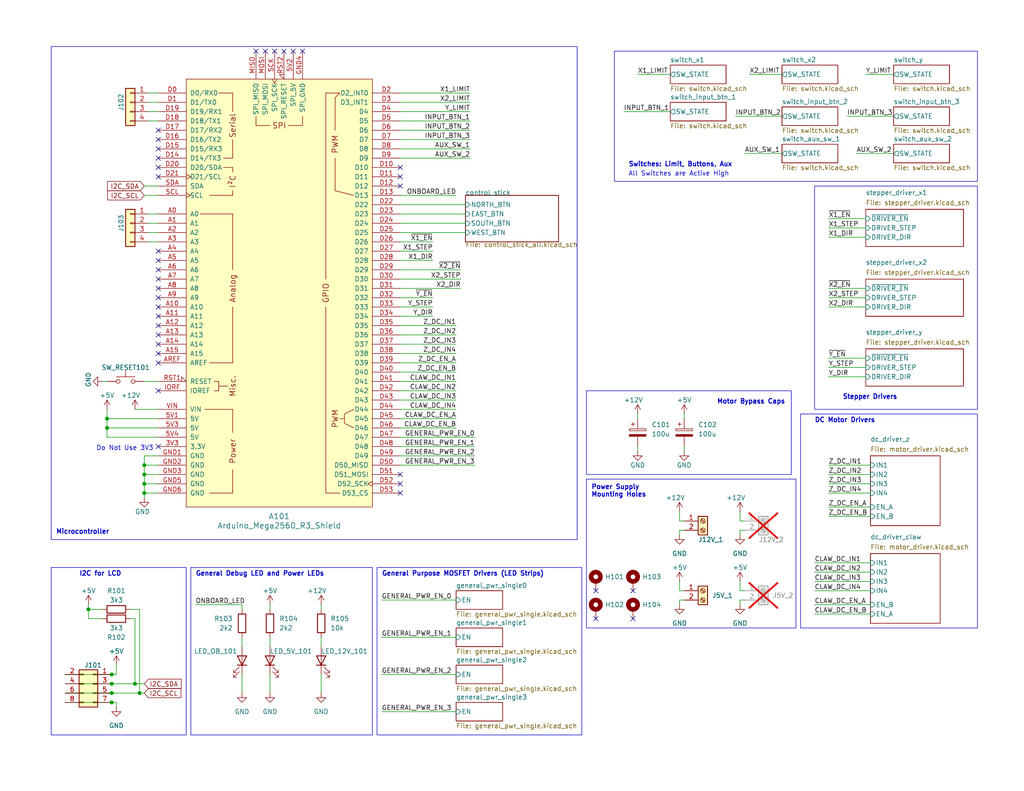
<source format=kicad_sch>
(kicad_sch (version 20230121) (generator eeschema)
  (paper "USLetter")
  (lib_symbols
    (symbol "Connector:Screw_Terminal_01x02" (pin_names (offset 1.016) hide)
      (property "Reference" "J" (at 0 2.54 0))
      (property "Value" "Screw_Terminal_01x02" (at 0 -5.08 0))
      (symbol "Screw_Terminal_01x02_1_1"
        (rectangle (start -1.27 1.27) (end 1.27 -3.81) (stroke (width 0.254)) (fill (type background)))
        (circle (center 0 -2.54) (radius 0.635) (stroke (width 0.1524)))
        (polyline (pts (xy -0.5334 -2.2098) (xy 0.3302 -3.048)) (stroke (width 0.1524)))
        (polyline (pts (xy -0.5334 0.3302) (xy 0.3302 -0.508)) (stroke (width 0.1524)))
        (polyline (pts (xy -0.3556 -2.032) (xy 0.508 -2.8702)) (stroke (width 0.1524)))
        (polyline (pts (xy -0.3556 0.508) (xy 0.508 -0.3302)) (stroke (width 0.1524)))
        (circle (center 0 0) (radius 0.635) (stroke (width 0.1524)))
        (pin passive line (at -5.08 0 0) (length 3.81) (name "Pin_1") (number "1"))
        (pin passive line (at -5.08 -2.54 0) (length 3.81) (name "Pin_2") (number "2"))
      )
    )
    (symbol "Connector_Generic:Conn_01x04" (pin_names (offset 1.016) hide)
      (property "Reference" "J" (at 0 5.08 0))
      (property "Value" "Conn_01x04" (at 0 -7.62 0))
      (symbol "Conn_01x04_1_1"
        (rectangle (start -1.27 -4.953) (end 0 -5.207) (stroke (width 0.1524)))
        (rectangle (start -1.27 -2.413) (end 0 -2.667) (stroke (width 0.1524)))
        (rectangle (start -1.27 0.127) (end 0 -0.127) (stroke (width 0.1524)))
        (rectangle (start -1.27 2.667) (end 0 2.413) (stroke (width 0.1524)))
        (rectangle (start -1.27 3.81) (end 1.27 -6.35) (stroke (width 0.254)) (fill (type background)))
        (pin passive line (at -5.08 2.54 0) (length 3.81) (name "Pin_1") (number "1"))
        (pin passive line (at -5.08 0 0) (length 3.81) (name "Pin_2") (number "2"))
        (pin passive line (at -5.08 -2.54 0) (length 3.81) (name "Pin_3") (number "3"))
        (pin passive line (at -5.08 -5.08 0) (length 3.81) (name "Pin_4") (number "4"))
      )
    )
    (symbol "Connector_Generic:Conn_02x04_Odd_Even" (pin_names (offset 1.016) hide)
      (property "Reference" "J" (at 1.27 5.08 0))
      (property "Value" "Conn_02x04_Odd_Even" (at 1.27 -7.62 0))
      (symbol "Conn_02x04_Odd_Even_1_1"
        (rectangle (start -1.27 -4.953) (end 0 -5.207) (stroke (width 0.1524)))
        (rectangle (start -1.27 -2.413) (end 0 -2.667) (stroke (width 0.1524)))
        (rectangle (start -1.27 0.127) (end 0 -0.127) (stroke (width 0.1524)))
        (rectangle (start -1.27 2.667) (end 0 2.413) (stroke (width 0.1524)))
        (rectangle (start -1.27 3.81) (end 3.81 -6.35) (stroke (width 0.254)) (fill (type background)))
        (rectangle (start 3.81 -4.953) (end 2.54 -5.207) (stroke (width 0.1524)))
        (rectangle (start 3.81 -2.413) (end 2.54 -2.667) (stroke (width 0.1524)))
        (rectangle (start 3.81 0.127) (end 2.54 -0.127) (stroke (width 0.1524)))
        (rectangle (start 3.81 2.667) (end 2.54 2.413) (stroke (width 0.1524)))
        (pin passive line (at -5.08 2.54 0) (length 3.81) (name "Pin_1") (number "1"))
        (pin passive line (at 7.62 2.54 180) (length 3.81) (name "Pin_2") (number "2"))
        (pin passive line (at -5.08 0 0) (length 3.81) (name "Pin_3") (number "3"))
        (pin passive line (at 7.62 0 180) (length 3.81) (name "Pin_4") (number "4"))
        (pin passive line (at -5.08 -2.54 0) (length 3.81) (name "Pin_5") (number "5"))
        (pin passive line (at 7.62 -2.54 180) (length 3.81) (name "Pin_6") (number "6"))
        (pin passive line (at -5.08 -5.08 0) (length 3.81) (name "Pin_7") (number "7"))
        (pin passive line (at 7.62 -5.08 180) (length 3.81) (name "Pin_8") (number "8"))
      )
    )
    (symbol "Device:C_Polarized" (pin_numbers hide) (pin_names (offset 0.254))
      (property "Reference" "C" (at 0.635 2.54 0))
      (property "Value" "C_Polarized" (at 0.635 -2.54 0))
      (symbol "C_Polarized_0_1"
        (rectangle (start -2.286 0.508) (end 2.286 1.016))
        (polyline (pts (xy -1.778 2.286) (xy -0.762 2.286)))
        (polyline (pts (xy -1.27 2.794) (xy -1.27 1.778)))
        (rectangle (start 2.286 -0.508) (end -2.286 -1.016) (fill (type outline)))
      )
      (symbol "C_Polarized_1_1"
        (pin passive line (at 0 3.81 270) (length 2.794) (name "~") (number "1"))
        (pin passive line (at 0 -3.81 90) (length 2.794) (name "~") (number "2"))
      )
    )
    (symbol "Device:LED" (pin_numbers hide) (pin_names (offset 1.016) hide)
      (property "Reference" "D" (at 0 2.54 0))
      (property "Value" "LED" (at 0 -2.54 0))
      (symbol "LED_0_1"
        (polyline (pts (xy -1.27 -1.27) (xy -1.27 1.27)) (stroke (width 0.254)))
        (polyline (pts (xy -1.27 0) (xy 1.27 0)))
        (polyline (pts (xy 1.27 -1.27) (xy 1.27 1.27) (xy -1.27 0) (xy 1.27 -1.27)) (stroke (width 0.254)))
        (polyline (pts (xy -3.048 -0.762) (xy -4.572 -2.286) (xy -3.81 -2.286) (xy -4.572 -2.286) (xy -4.572 -1.524)))
        (polyline (pts (xy -1.778 -0.762) (xy -3.302 -2.286) (xy -2.54 -2.286) (xy -3.302 -2.286) (xy -3.302 -1.524)))
      )
      (symbol "LED_1_1"
        (pin passive line (at -3.81 0 0) (length 2.54) (name "K") (number "1"))
        (pin passive line (at 3.81 0 180) (length 2.54) (name "A") (number "2"))
      )
    )
    (symbol "Device:R" (pin_numbers hide) (pin_names (offset 0))
      (property "Reference" "R" (at 2.032 0 90))
      (property "Value" "R" (at 0 0 90))
      (symbol "R_0_1"
        (rectangle (start -1.016 -2.54) (end 1.016 2.54) (stroke (width 0.254)))
      )
      (symbol "R_1_1"
        (pin passive line (at 0 3.81 270) (length 1.27) (name "~") (number "1"))
        (pin passive line (at 0 -3.81 90) (length 1.27) (name "~") (number "2"))
      )
    )
    (symbol "Mechanical:MountingHole_Pad" (pin_numbers hide) (pin_names (offset 1.016) hide)
      (property "Reference" "H" (at 0 6.35 0))
      (property "Value" "MountingHole_Pad" (at 0 4.445 0))
      (symbol "MountingHole_Pad_0_1"
        (circle (center 0 1.27) (radius 1.27) (stroke (width 1.27)))
      )
      (symbol "MountingHole_Pad_1_1"
        (pin input line (at 0 -2.54 90) (length 2.54) (name "1") (number "1"))
      )
    )
    (symbol "PCM_arduino-library:Arduino_Mega2560_R3_Shield" (pin_names (offset 1.016))
      (property "Reference" "A" (at 0 -62.23 0))
      (property "Value" "Arduino_Mega2560_R3_Shield" (at 0 -66.04 0))
      (symbol "Arduino_Mega2560_R3_Shield_0_0"
        (rectangle (start -25.4 -58.42) (end 25.4 58.42) (fill (type background)))
        (rectangle (start -20.32 -31.75) (end -12.7 -31.75))
        (rectangle (start -19.05 -54.61) (end -12.7 -54.61))
        (rectangle (start -19.05 -19.05) (end -12.7 -19.05))
        (rectangle (start -19.05 26.67) (end -12.7 26.67))
        (rectangle (start -17.78 -26.67) (end -16.51 -26.67))
        (rectangle (start -17.78 -24.13) (end -16.51 -24.13))
        (rectangle (start -16.51 -25.4) (end -13.97 -25.4))
        (rectangle (start -16.51 -24.13) (end -16.51 -26.67))
        (rectangle (start -16.51 54.61) (end -12.7 54.61))
        (rectangle (start -15.24 34.29) (end -12.7 34.29))
        (rectangle (start -15.24 36.83) (end -12.7 36.83))
        (rectangle (start -12.7 -54.61) (end -12.7 -48.26))
        (rectangle (start -12.7 -31.75) (end -12.7 -38.1))
        (rectangle (start -12.7 26.67) (end -12.7 27.94))
        (rectangle (start -12.7 34.29) (end -12.7 33.02))
        (rectangle (start -12.7 41.91) (end -12.7 36.83))
        (rectangle (start -12.7 49.53) (end -12.7 54.61))
        (rectangle (start -6.35 48.26) (end -6.35 45.72))
        (rectangle (start -2.54 45.72) (end -6.35 45.72))
        (polyline (pts (xy -21.59 21.59) (xy -12.7 21.59)))
        (polyline (pts (xy -12.7 -19.05) (xy -12.7 -3.81)))
        (polyline (pts (xy -12.7 6.35) (xy -12.7 21.59)))
        (polyline (pts (xy 12.7 -54.61) (xy 16.51 -54.61)))
        (polyline (pts (xy 12.7 54.61) (xy 16.51 54.61)))
        (polyline (pts (xy 17.78 -34.29) (xy 16.51 -34.29)))
        (polyline (pts (xy 15.24 36.83) (xy 15.24 27.94) (xy 20.32 26.67)))
        (polyline (pts (xy 15.24 44.45) (xy 15.24 53.34) (xy 16.51 54.61)))
        (polyline (pts (xy 20.32 -31.75) (xy 17.78 -33.02) (xy 17.78 -35.56) (xy 20.32 -36.83)))
        (rectangle (start 6.35 45.72) (end 2.54 45.72))
        (rectangle (start 6.35 48.26) (end 6.35 45.72))
        (text "Analog" (at -12.7 1.27 900) (effects (font (size 1.524 1.524))))
        (text "I²C" (at -12.7 30.48 900) (effects (font (size 1.524 1.524))))
        (text "Misc." (at -12.7 -25.4 900) (effects (font (size 1.524 1.524))))
        (text "Power" (at -12.7 -43.18 900) (effects (font (size 1.524 1.524))))
        (text "PWM" (at 15.24 -34.29 900) (effects (font (size 1.524 1.524))))
        (text "PWM" (at 15.24 40.64 900) (effects (font (size 1.524 1.524))))
        (text "Serial" (at -12.7 45.72 900) (effects (font (size 1.524 1.524))))
        (text "SPI" (at 0 45.72 0) (effects (font (size 1.524 1.524))))
      )
      (symbol "Arduino_Mega2560_R3_Shield_1_0"
        (rectangle (start 12.7 -54.61) (end 12.7 -3.81))
        (rectangle (start 12.7 54.61) (end 12.7 3.81))
        (text "GPIO" (at 12.7 0 900) (effects (font (size 1.524 1.524))))
      )
      (symbol "Arduino_Mega2560_R3_Shield_1_1"
        (pin power_out line (at -33.02 -41.91 0) (length 7.62) (name "3.3V") (number "3V3"))
        (pin power_in line (at -33.02 -34.29 0) (length 7.62) (name "5V") (number "5V1"))
        (pin power_in line (at 3.81 66.04 270) (length 7.62) (name "SPI_5V") (number "5V2"))
        (pin power_in line (at -33.02 -36.83 0) (length 7.62) (name "5V") (number "5V3"))
        (pin power_in line (at -33.02 -39.37 0) (length 7.62) (name "5V") (number "5V4"))
        (pin bidirectional line (at -33.02 21.59 0) (length 7.62) (name "A0") (number "A0"))
        (pin bidirectional line (at -33.02 19.05 0) (length 7.62) (name "A1") (number "A1"))
        (pin bidirectional line (at -33.02 -3.81 0) (length 7.62) (name "A10") (number "A10"))
        (pin bidirectional line (at -33.02 -6.35 0) (length 7.62) (name "A11") (number "A11"))
        (pin bidirectional line (at -33.02 -8.89 0) (length 7.62) (name "A12") (number "A12"))
        (pin bidirectional line (at -33.02 -11.43 0) (length 7.62) (name "A13") (number "A13"))
        (pin bidirectional line (at -33.02 -13.97 0) (length 7.62) (name "A14") (number "A14"))
        (pin bidirectional line (at -33.02 -16.51 0) (length 7.62) (name "A15") (number "A15"))
        (pin bidirectional line (at -33.02 16.51 0) (length 7.62) (name "A2") (number "A2"))
        (pin bidirectional line (at -33.02 13.97 0) (length 7.62) (name "A3") (number "A3"))
        (pin bidirectional line (at -33.02 11.43 0) (length 7.62) (name "A4") (number "A4"))
        (pin bidirectional line (at -33.02 8.89 0) (length 7.62) (name "A5") (number "A5"))
        (pin bidirectional line (at -33.02 6.35 0) (length 7.62) (name "A6") (number "A6"))
        (pin bidirectional line (at -33.02 3.81 0) (length 7.62) (name "A7") (number "A7"))
        (pin bidirectional line (at -33.02 1.27 0) (length 7.62) (name "A8") (number "A8"))
        (pin bidirectional line (at -33.02 -1.27 0) (length 7.62) (name "A9") (number "A9"))
        (pin input line (at -33.02 -19.05 0) (length 7.62) (name "AREF") (number "AREF"))
        (pin bidirectional line (at -33.02 54.61 0) (length 7.62) (name "D0/RX0") (number "D0"))
        (pin bidirectional line (at -33.02 52.07 0) (length 7.62) (name "D1/TX0") (number "D1"))
        (pin bidirectional line (at 33.02 34.29 180) (length 7.62) (name "D10") (number "D10"))
        (pin bidirectional line (at 33.02 31.75 180) (length 7.62) (name "D11") (number "D11"))
        (pin bidirectional line (at 33.02 29.21 180) (length 7.62) (name "D12") (number "D12"))
        (pin bidirectional line (at 33.02 26.67 180) (length 7.62) (name "D13") (number "D13"))
        (pin bidirectional line (at -33.02 36.83 0) (length 7.62) (name "D14/TX3") (number "D14"))
        (pin bidirectional line (at -33.02 39.37 0) (length 7.62) (name "D15/RX3") (number "D15"))
        (pin bidirectional line (at -33.02 41.91 0) (length 7.62) (name "D16/TX2") (number "D16"))
        (pin bidirectional line (at -33.02 44.45 0) (length 7.62) (name "D17/RX2") (number "D17"))
        (pin bidirectional line (at -33.02 46.99 0) (length 7.62) (name "D18/TX1") (number "D18"))
        (pin bidirectional line (at -33.02 49.53 0) (length 7.62) (name "D19/RX1") (number "D19"))
        (pin bidirectional line (at 33.02 54.61 180) (length 7.62) (name "D2_INT0") (number "D2"))
        (pin bidirectional line (at -33.02 34.29 0) (length 7.62) (name "D20/SDA") (number "D20"))
        (pin bidirectional clock (at -33.02 31.75 0) (length 7.62) (name "D21/SCL") (number "D21"))
        (pin bidirectional line (at 33.02 24.13 180) (length 7.62) (name "D22") (number "D22"))
        (pin bidirectional line (at 33.02 21.59 180) (length 7.62) (name "D23") (number "D23"))
        (pin bidirectional line (at 33.02 19.05 180) (length 7.62) (name "D24") (number "D24"))
        (pin bidirectional line (at 33.02 16.51 180) (length 7.62) (name "D25") (number "D25"))
        (pin bidirectional line (at 33.02 13.97 180) (length 7.62) (name "D26") (number "D26"))
        (pin bidirectional line (at 33.02 11.43 180) (length 7.62) (name "D27") (number "D27"))
        (pin bidirectional line (at 33.02 8.89 180) (length 7.62) (name "D28") (number "D28"))
        (pin bidirectional line (at 33.02 6.35 180) (length 7.62) (name "D29") (number "D29"))
        (pin bidirectional line (at 33.02 52.07 180) (length 7.62) (name "D3_INT1") (number "D3"))
        (pin bidirectional line (at 33.02 3.81 180) (length 7.62) (name "D30") (number "D30"))
        (pin bidirectional line (at 33.02 1.27 180) (length 7.62) (name "D31") (number "D31"))
        (pin bidirectional line (at 33.02 -1.27 180) (length 7.62) (name "D32") (number "D32"))
        (pin bidirectional line (at 33.02 -3.81 180) (length 7.62) (name "D33") (number "D33"))
        (pin bidirectional line (at 33.02 -6.35 180) (length 7.62) (name "D34") (number "D34"))
        (pin bidirectional line (at 33.02 -8.89 180) (length 7.62) (name "D35") (number "D35"))
        (pin bidirectional line (at 33.02 -11.43 180) (length 7.62) (name "D36") (number "D36"))
        (pin bidirectional line (at 33.02 -13.97 180) (length 7.62) (name "D37") (number "D37"))
        (pin bidirectional line (at 33.02 -16.51 180) (length 7.62) (name "D38") (number "D38"))
        (pin bidirectional line (at 33.02 -19.05 180) (length 7.62) (name "D39") (number "D39"))
        (pin bidirectional line (at 33.02 49.53 180) (length 7.62) (name "D4") (number "D4"))
        (pin bidirectional line (at 33.02 -21.59 180) (length 7.62) (name "D40") (number "D40"))
        (pin bidirectional line (at 33.02 -24.13 180) (length 7.62) (name "D41") (number "D41"))
        (pin bidirectional line (at 33.02 -26.67 180) (length 7.62) (name "D42") (number "D42"))
        (pin bidirectional line (at 33.02 -29.21 180) (length 7.62) (name "D43") (number "D43"))
        (pin bidirectional line (at 33.02 -31.75 180) (length 7.62) (name "D44") (number "D44"))
        (pin bidirectional line (at 33.02 -34.29 180) (length 7.62) (name "D45") (number "D45"))
        (pin bidirectional line (at 33.02 -36.83 180) (length 7.62) (name "D46") (number "D46"))
        (pin bidirectional line (at 33.02 -39.37 180) (length 7.62) (name "D47") (number "D47"))
        (pin bidirectional line (at 33.02 -41.91 180) (length 7.62) (name "D48") (number "D48"))
        (pin bidirectional line (at 33.02 -44.45 180) (length 7.62) (name "D49") (number "D49"))
        (pin bidirectional line (at 33.02 46.99 180) (length 7.62) (name "D5") (number "D5"))
        (pin bidirectional line (at 33.02 -46.99 180) (length 7.62) (name "D50_MISO") (number "D50"))
        (pin bidirectional line (at 33.02 -49.53 180) (length 7.62) (name "D51_MOSI") (number "D51"))
        (pin bidirectional clock (at 33.02 -52.07 180) (length 7.62) (name "D52_SCK") (number "D52"))
        (pin bidirectional line (at 33.02 -54.61 180) (length 7.62) (name "D53_CS") (number "D53"))
        (pin bidirectional line (at 33.02 44.45 180) (length 7.62) (name "D6") (number "D6"))
        (pin bidirectional line (at 33.02 41.91 180) (length 7.62) (name "D7") (number "D7"))
        (pin bidirectional line (at 33.02 39.37 180) (length 7.62) (name "D8") (number "D8"))
        (pin bidirectional line (at 33.02 36.83 180) (length 7.62) (name "D9") (number "D9"))
        (pin power_in line (at -33.02 -44.45 0) (length 7.62) (name "GND") (number "GND1"))
        (pin power_in line (at -33.02 -46.99 0) (length 7.62) (name "GND") (number "GND2"))
        (pin power_in line (at -33.02 -49.53 0) (length 7.62) (name "GND") (number "GND3"))
        (pin power_in line (at 6.35 66.04 270) (length 7.62) (name "SPI_GND") (number "GND4"))
        (pin power_in line (at -33.02 -52.07 0) (length 7.62) (name "GND") (number "GND5"))
        (pin power_in line (at -33.02 -54.61 0) (length 7.62) (name "GND") (number "GND6"))
        (pin output line (at -33.02 -26.67 0) (length 7.62) (name "IOREF") (number "IORF"))
        (pin input line (at -6.35 66.04 270) (length 7.62) (name "SPI_MISO") (number "MISO"))
        (pin output line (at -3.81 66.04 270) (length 7.62) (name "SPI_MOSI") (number "MOSI"))
        (pin open_collector input_low (at -33.02 -24.13 0) (length 7.62) (name "RESET") (number "RST1"))
        (pin open_collector input_low (at 1.27 66.04 270) (length 7.62) (name "SPI_RESET") (number "RST2"))
        (pin output clock (at -1.27 66.04 270) (length 7.62) (name "SPI_SCK") (number "SCK"))
        (pin bidirectional clock (at -33.02 26.67 0) (length 7.62) (name "SCL") (number "SCL"))
        (pin bidirectional line (at -33.02 29.21 0) (length 7.62) (name "SDA") (number "SDA"))
        (pin power_in line (at -33.02 -31.75 0) (length 7.62) (name "VIN") (number "VIN"))
      )
    )
    (symbol "Switch:SW_Push" (pin_numbers hide) (pin_names (offset 1.016) hide)
      (property "Reference" "SW" (at 1.27 2.54 0))
      (property "Value" "SW_Push" (at 0 -1.524 0))
      (symbol "SW_Push_0_1"
        (circle (center -2.032 0) (radius 0.508))
        (polyline (pts (xy 0 1.27) (xy 0 3.048)))
        (polyline (pts (xy 2.54 1.27) (xy -2.54 1.27)))
        (circle (center 2.032 0) (radius 0.508))
        (pin passive line (at -5.08 0 0) (length 2.54) (name "1") (number "1"))
        (pin passive line (at 5.08 0 180) (length 2.54) (name "2") (number "2"))
      )
    )
    (symbol "power:+12V" (power) (pin_names (offset 0))
      (property "Value" "+12V" (at 0 3.556 0))
      (symbol "+12V_0_1"
        (polyline (pts (xy -0.762 1.27) (xy 0 2.54)))
        (polyline (pts (xy 0 0) (xy 0 2.54)))
        (polyline (pts (xy 0 2.54) (xy 0.762 1.27)))
      )
      (symbol "+12V_1_1"
        (pin power_in line (at 0 0 90) (length 0) hide (name "+12V") (number "1"))
      )
    )
    (symbol "power:+5V" (power) (pin_names (offset 0))
      (property "Value" "+5V" (at 0 3.556 0))
      (symbol "+5V_0_1"
        (polyline (pts (xy -0.762 1.27) (xy 0 2.54)))
        (polyline (pts (xy 0 0) (xy 0 2.54)))
        (polyline (pts (xy 0 2.54) (xy 0.762 1.27)))
      )
      (symbol "+5V_1_1"
        (pin power_in line (at 0 0 90) (length 0) hide (name "+5V") (number "1"))
      )
    )
    (symbol "power:GND" (power) (pin_names (offset 0))
      (property "Value" "GND" (at 0 -3.81 0))
      (symbol "GND_0_1"
        (polyline (pts (xy 0 0) (xy 0 -1.27) (xy 1.27 -1.27) (xy 0 -2.54) (xy -1.27 -1.27) (xy 0 -1.27)))
      )
      (symbol "GND_1_1"
        (pin power_in line (at 0 0 270) (length 0) hide (name "GND") (number "1"))
      )
    )
  )
  (junction (at 36.83 186.69))
  (junction (at 39.37 127))
  (junction (at 30.48 186.69))
  (junction (at 30.48 184.15))
  (junction (at 30.48 189.23))
  (junction (at 29.21 116.84))
  (junction (at 39.37 134.62))
  (junction (at 38.1 189.23))
  (junction (at 39.37 132.08))
  (junction (at 29.21 114.3))
  (junction (at 39.37 129.54))
  (junction (at 24.13 166.37))
  (junction (at 30.48 191.77))
  (no_connect (at 43.18 121.92))
  (no_connect (at 43.18 86.36))
  (no_connect (at 43.18 35.56))
  (no_connect (at 162.56 161.29))
  (no_connect (at 43.18 83.82))
  (no_connect (at 43.18 43.18))
  (no_connect (at 80.01 13.97))
  (no_connect (at 77.47 13.97))
  (no_connect (at 162.56 168.91))
  (no_connect (at 109.22 48.26))
  (no_connect (at 43.18 40.64))
  (no_connect (at 109.22 45.72))
  (no_connect (at 43.18 38.1))
  (no_connect (at 109.22 132.08))
  (no_connect (at 43.18 76.2))
  (no_connect (at 43.18 48.26))
  (no_connect (at 43.18 81.28))
  (no_connect (at 109.22 129.54))
  (no_connect (at 109.22 50.8))
  (no_connect (at 43.18 71.12))
  (no_connect (at 43.18 88.9))
  (no_connect (at 82.55 13.97))
  (no_connect (at 43.18 106.68))
  (no_connect (at 172.72 161.29))
  (no_connect (at 43.18 73.66))
  (no_connect (at 69.85 13.97))
  (no_connect (at 43.18 99.06))
  (no_connect (at 109.22 134.62))
  (no_connect (at 43.18 45.72))
  (no_connect (at 43.18 78.74))
  (no_connect (at 43.18 96.52))
  (no_connect (at 72.39 13.97))
  (no_connect (at 43.18 93.98))
  (no_connect (at 172.72 168.91))
  (no_connect (at 43.18 68.58))
  (no_connect (at 43.18 91.44))
  (no_connect (at 74.93 13.97))
  (wire (pts (xy 173.99 121.92) (xy 173.99 123.19)))
  (wire (pts (xy 109.22 109.22) (xy 124.46 109.22)))
  (wire (pts (xy 40.64 25.4) (xy 43.18 25.4)))
  (wire (pts (xy 226.06 83.82) (xy 236.22 83.82)))
  (wire (pts (xy 185.42 165.1) (xy 185.42 163.83)))
  (wire (pts (xy 104.14 184.15) (xy 124.46 184.15)))
  (wire (pts (xy 39.37 124.46) (xy 39.37 127)))
  (wire (pts (xy 40.64 27.94) (xy 43.18 27.94)))
  (wire (pts (xy 129.54 124.46) (xy 109.22 124.46)))
  (wire (pts (xy 186.69 142.24) (xy 185.42 142.24)))
  (wire (pts (xy 109.22 76.2) (xy 125.73 76.2)))
  (wire (pts (xy 203.2 161.29) (xy 201.93 161.29)))
  (wire (pts (xy 201.93 163.83) (xy 203.2 163.83)))
  (wire (pts (xy 39.37 132.08) (xy 39.37 134.62)))
  (wire (pts (xy 226.06 59.69) (xy 236.22 59.69)))
  (wire (pts (xy 203.2 142.24) (xy 201.93 142.24)))
  (wire (pts (xy 226.06 140.97) (xy 237.49 140.97)))
  (wire (pts (xy 40.64 30.48) (xy 43.18 30.48)))
  (wire (pts (xy 24.13 168.91) (xy 27.94 168.91)))
  (wire (pts (xy 201.93 139.7) (xy 201.93 142.24)))
  (wire (pts (xy 39.37 135.89) (xy 39.37 134.62)))
  (wire (pts (xy 173.99 20.32) (xy 182.88 20.32)))
  (wire (pts (xy 226.06 81.28) (xy 236.22 81.28)))
  (wire (pts (xy 66.04 165.1) (xy 66.04 166.37)))
  (wire (pts (xy 39.37 127) (xy 39.37 129.54)))
  (wire (pts (xy 17.78 186.69) (xy 30.48 186.69)))
  (wire (pts (xy 39.37 50.8) (xy 43.18 50.8)))
  (wire (pts (xy 43.18 119.38) (xy 29.21 119.38)))
  (wire (pts (xy 109.22 35.56) (xy 128.27 35.56)))
  (wire (pts (xy 109.22 114.3) (xy 124.46 114.3)))
  (wire (pts (xy 109.22 66.04) (xy 118.11 66.04)))
  (wire (pts (xy 109.22 38.1) (xy 128.27 38.1)))
  (wire (pts (xy 226.06 62.23) (xy 236.22 62.23)))
  (wire (pts (xy 43.18 116.84) (xy 29.21 116.84)))
  (wire (pts (xy 109.22 81.28) (xy 118.11 81.28)))
  (wire (pts (xy 36.83 111.76) (xy 43.18 111.76)))
  (wire (pts (xy 185.42 144.78) (xy 186.69 144.78)))
  (wire (pts (xy 39.37 132.08) (xy 43.18 132.08)))
  (wire (pts (xy 226.06 102.87) (xy 236.22 102.87)))
  (wire (pts (xy 29.21 119.38) (xy 29.21 116.84)))
  (wire (pts (xy 226.06 97.79) (xy 236.22 97.79)))
  (wire (pts (xy 109.22 83.82) (xy 118.11 83.82)))
  (wire (pts (xy 233.68 41.91) (xy 243.84 41.91)))
  (wire (pts (xy 17.78 191.77) (xy 30.48 191.77)))
  (wire (pts (xy 226.06 129.54) (xy 237.49 129.54)))
  (wire (pts (xy 201.93 146.05) (xy 201.93 144.78)))
  (wire (pts (xy 226.06 132.08) (xy 237.49 132.08)))
  (wire (pts (xy 226.06 138.43) (xy 237.49 138.43)))
  (wire (pts (xy 109.22 71.12) (xy 118.11 71.12)))
  (wire (pts (xy 185.42 158.75) (xy 185.42 161.29)))
  (wire (pts (xy 27.94 104.14) (xy 29.21 104.14)))
  (wire (pts (xy 201.93 165.1) (xy 201.93 163.83)))
  (wire (pts (xy 109.22 116.84) (xy 124.46 116.84)))
  (wire (pts (xy 36.83 168.91) (xy 36.83 186.69)))
  (wire (pts (xy 185.42 146.05) (xy 185.42 144.78)))
  (wire (pts (xy 66.04 173.99) (xy 66.04 176.53)))
  (wire (pts (xy 39.37 134.62) (xy 43.18 134.62)))
  (wire (pts (xy 129.54 121.92) (xy 109.22 121.92)))
  (wire (pts (xy 40.64 63.5) (xy 43.18 63.5)))
  (wire (pts (xy 109.22 111.76) (xy 124.46 111.76)))
  (wire (pts (xy 204.47 20.32) (xy 213.36 20.32)))
  (wire (pts (xy 109.22 104.14) (xy 124.46 104.14)))
  (wire (pts (xy 40.64 33.02) (xy 43.18 33.02)))
  (wire (pts (xy 222.25 158.75) (xy 237.49 158.75)))
  (wire (pts (xy 109.22 91.44) (xy 124.46 91.44)))
  (wire (pts (xy 109.22 30.48) (xy 128.27 30.48)))
  (wire (pts (xy 43.18 114.3) (xy 29.21 114.3)))
  (wire (pts (xy 201.93 158.75) (xy 201.93 161.29)))
  (wire (pts (xy 226.06 78.74) (xy 236.22 78.74)))
  (wire (pts (xy 226.06 134.62) (xy 237.49 134.62)))
  (wire (pts (xy 222.25 156.21) (xy 237.49 156.21)))
  (wire (pts (xy 30.48 189.23) (xy 38.1 189.23)))
  (wire (pts (xy 39.37 129.54) (xy 43.18 129.54)))
  (wire (pts (xy 29.21 116.84) (xy 29.21 114.3)))
  (wire (pts (xy 109.22 53.34) (xy 124.46 53.34)))
  (wire (pts (xy 200.66 31.75) (xy 213.36 31.75)))
  (wire (pts (xy 40.64 66.04) (xy 43.18 66.04)))
  (wire (pts (xy 39.37 129.54) (xy 39.37 132.08)))
  (wire (pts (xy 53.34 165.1) (xy 66.04 165.1)))
  (wire (pts (xy 222.25 161.29) (xy 237.49 161.29)))
  (wire (pts (xy 201.93 144.78) (xy 203.2 144.78)))
  (wire (pts (xy 109.22 55.88) (xy 127 55.88)))
  (wire (pts (xy 24.13 166.37) (xy 24.13 168.91)))
  (wire (pts (xy 87.63 184.15) (xy 87.63 189.23)))
  (wire (pts (xy 73.66 165.1) (xy 73.66 166.37)))
  (wire (pts (xy 109.22 78.74) (xy 125.73 78.74)))
  (wire (pts (xy 186.69 121.92) (xy 186.69 123.19)))
  (wire (pts (xy 39.37 104.14) (xy 43.18 104.14)))
  (wire (pts (xy 173.99 113.03) (xy 173.99 114.3)))
  (wire (pts (xy 109.22 68.58) (xy 118.11 68.58)))
  (wire (pts (xy 24.13 166.37) (xy 27.94 166.37)))
  (wire (pts (xy 104.14 163.83) (xy 124.46 163.83)))
  (wire (pts (xy 31.75 191.77) (xy 30.48 191.77)))
  (wire (pts (xy 186.69 161.29) (xy 185.42 161.29)))
  (wire (pts (xy 40.64 60.96) (xy 43.18 60.96)))
  (wire (pts (xy 231.14 31.75) (xy 243.84 31.75)))
  (wire (pts (xy 43.18 124.46) (xy 39.37 124.46)))
  (wire (pts (xy 109.22 63.5) (xy 127 63.5)))
  (wire (pts (xy 38.1 189.23) (xy 39.37 189.23)))
  (wire (pts (xy 109.22 60.96) (xy 127 60.96)))
  (wire (pts (xy 39.37 53.34) (xy 43.18 53.34)))
  (wire (pts (xy 186.69 113.03) (xy 186.69 114.3)))
  (wire (pts (xy 31.75 193.04) (xy 31.75 191.77)))
  (wire (pts (xy 185.42 163.83) (xy 186.69 163.83)))
  (wire (pts (xy 17.78 184.15) (xy 30.48 184.15)))
  (wire (pts (xy 31.75 184.15) (xy 30.48 184.15)))
  (wire (pts (xy 222.25 153.67) (xy 237.49 153.67)))
  (wire (pts (xy 109.22 27.94) (xy 128.27 27.94)))
  (wire (pts (xy 104.14 173.99) (xy 124.46 173.99)))
  (wire (pts (xy 226.06 64.77) (xy 236.22 64.77)))
  (wire (pts (xy 87.63 173.99) (xy 87.63 176.53)))
  (wire (pts (xy 226.06 127) (xy 237.49 127)))
  (wire (pts (xy 31.75 181.61) (xy 31.75 184.15)))
  (wire (pts (xy 73.66 184.15) (xy 73.66 189.23)))
  (wire (pts (xy 24.13 165.1) (xy 24.13 166.37)))
  (wire (pts (xy 109.22 96.52) (xy 124.46 96.52)))
  (wire (pts (xy 109.22 73.66) (xy 125.73 73.66)))
  (wire (pts (xy 109.22 25.4) (xy 128.27 25.4)))
  (wire (pts (xy 66.04 184.15) (xy 66.04 189.23)))
  (wire (pts (xy 30.48 186.69) (xy 36.83 186.69)))
  (wire (pts (xy 185.42 139.7) (xy 185.42 142.24)))
  (wire (pts (xy 39.37 127) (xy 43.18 127)))
  (wire (pts (xy 36.83 186.69) (xy 39.37 186.69)))
  (wire (pts (xy 129.54 127) (xy 109.22 127)))
  (wire (pts (xy 109.22 106.68) (xy 124.46 106.68)))
  (wire (pts (xy 109.22 101.6) (xy 124.46 101.6)))
  (wire (pts (xy 87.63 165.1) (xy 87.63 166.37)))
  (wire (pts (xy 73.66 173.99) (xy 73.66 176.53)))
  (wire (pts (xy 17.78 189.23) (xy 30.48 189.23)))
  (wire (pts (xy 38.1 166.37) (xy 38.1 189.23)))
  (wire (pts (xy 29.21 114.3) (xy 29.21 111.76)))
  (wire (pts (xy 35.56 168.91) (xy 36.83 168.91)))
  (wire (pts (xy 104.14 194.31) (xy 124.46 194.31)))
  (wire (pts (xy 109.22 43.18) (xy 128.27 43.18)))
  (wire (pts (xy 109.22 40.64) (xy 128.27 40.64)))
  (wire (pts (xy 222.25 165.1) (xy 237.49 165.1)))
  (wire (pts (xy 109.22 88.9) (xy 124.46 88.9)))
  (wire (pts (xy 109.22 86.36) (xy 118.11 86.36)))
  (wire (pts (xy 40.64 58.42) (xy 43.18 58.42)))
  (wire (pts (xy 129.54 119.38) (xy 109.22 119.38)))
  (wire (pts (xy 109.22 58.42) (xy 127 58.42)))
  (wire (pts (xy 109.22 33.02) (xy 128.27 33.02)))
  (wire (pts (xy 226.06 100.33) (xy 236.22 100.33)))
  (wire (pts (xy 170.18 30.48) (xy 182.88 30.48)))
  (wire (pts (xy 35.56 166.37) (xy 38.1 166.37)))
  (wire (pts (xy 203.2 41.91) (xy 213.36 41.91)))
  (wire (pts (xy 109.22 99.06) (xy 124.46 99.06)))
  (wire (pts (xy 222.25 167.64) (xy 237.49 167.64)))
  (wire (pts (xy 109.22 93.98) (xy 124.46 93.98)))
  (wire (pts (xy 236.22 20.32) (xy 243.84 20.32)))
  (rectangle (start 218.44 113.03) (end 266.7 171.45))
  (rectangle (start 167.64 13.97) (end 266.7 49.53))
  (rectangle (start 13.97 154.94) (end 50.8 200.66))
  (rectangle (start 52.07 154.94) (end 101.6 200.66))
  (rectangle (start 160.02 106.68) (end 215.9 129.54))
  (rectangle (start 102.87 154.94) (end 158.75 200.66))
  (rectangle (start 13.97 12.7) (end 157.48 147.32))
  (rectangle (start 160.02 130.81) (end 217.17 171.45))
  (rectangle (start 222.25 50.8) (end 266.7 111.76))
  (text "Switches: Limit, Buttons, Aux" (at 171.45 45.72 0) (effects (font (size 1.27 1.27) (thickness 0.254) bold) (justify left bottom)))
  (text "Power Supply\nMounting Holes" (at 161.29 135.89 0) (effects (font (size 1.27 1.27) (thickness 0.254) bold) (justify left bottom)))
  (text "Stepper Drivers" (at 229.87 109.22 0) (effects (font (size 1.27 1.27) (thickness 0.254) bold) (justify left bottom)))
  (text "Motor Bypass Caps" (at 195.58 110.49 0) (effects (font (size 1.27 1.27) (thickness 0.254) bold) (justify left bottom)))
  (text "General Purpose MOSFET Drivers (LED Strips)" (at 104.14 157.48 0) (effects (font (size 1.27 1.27) (thickness 0.254) bold) (justify left bottom)))
  (text "All Switches are Active High" (at 171.45 48.26 0) (effects (font (size 1.27 1.27)) (justify left bottom)))
  (text "General Debug LED and Power LEDs" (at 53.34 157.48 0) (effects (font (size 1.27 1.27) (thickness 0.254) bold) (justify left bottom)))
  (text "Microcontroller" (at 15.24 146.05 0) (effects (font (size 1.27 1.27) (thickness 0.254) bold) (justify left bottom)))
  (text "Do Not Use 3V3" (at 41.91 123.19 0) (effects (font (size 1.27 1.27)) (justify right bottom)))
  (text "I2C for LCD" (at 21.59 157.48 0) (effects (font (size 1.27 1.27) (thickness 0.254) bold) (justify left bottom)))
  (text "DC Motor Drivers" (at 222.25 115.57 0) (effects (font (size 1.27 1.27) (thickness 0.254) bold) (justify left bottom)))
  (label "Z_DC_IN4" (at 124.46 96.52 180))
  (label "Z_DC_IN1" (at 124.46 88.9 180))
  (label "~{Y_EN}" (at 118.11 81.28 180))
  (label "Y_DIR" (at 118.11 86.36 180))
  (label "AUX_SW_2" (at 128.27 43.18 180))
  (label "CLAW_DC_IN2" (at 222.25 156.21 0))
  (label "Z_DC_IN3" (at 124.46 93.98 180))
  (label "X2_STEP" (at 125.73 76.2 180))
  (label "~{X1_EN}" (at 118.11 66.04 180))
  (label "Z_DC_EN_A" (at 124.46 99.06 180))
  (label "Z_DC_IN2" (at 124.46 91.44 180))
  (label "INPUT_BTN_1" (at 170.18 30.48 0))
  (label "INPUT_BTN_2" (at 128.27 35.56 180))
  (label "~{X1_EN}" (at 226.06 59.69 0))
  (label "AUX_SW_1" (at 203.2 41.91 0))
  (label "Y_LIMIT" (at 128.27 30.48 180))
  (label "GENERAL_PWR_EN_2" (at 104.14 184.15 0))
  (label "INPUT_BTN_1" (at 128.27 33.02 180))
  (label "GENERAL_PWR_EN_1" (at 104.14 173.99 0))
  (label "INPUT_BTN_3" (at 128.27 38.1 180))
  (label "GENERAL_PWR_EN_0" (at 104.14 163.83 0))
  (label "GENERAL_PWR_EN_1" (at 129.54 121.92 180))
  (label "Z_DC_IN3" (at 226.06 132.08 0))
  (label "~{Y_EN}" (at 226.06 97.79 0))
  (label "ONBOARD_LED" (at 53.34 165.1 0))
  (label "Z_DC_IN4" (at 226.06 134.62 0))
  (label "CLAW_DC_IN3" (at 222.25 158.75 0))
  (label "X1_STEP" (at 226.06 62.23 0))
  (label "Z_DC_IN2" (at 226.06 129.54 0))
  (label "Y_DIR" (at 226.06 102.87 0))
  (label "INPUT_BTN_3" (at 231.14 31.75 0))
  (label "CLAW_DC_IN1" (at 222.25 153.67 0))
  (label "Y_LIMIT" (at 236.22 20.32 0))
  (label "GENERAL_PWR_EN_3" (at 129.54 127 180))
  (label "X2_LIMIT" (at 128.27 27.94 180))
  (label "AUX_SW_2" (at 233.68 41.91 0))
  (label "X1_DIR" (at 226.06 64.77 0))
  (label "CLAW_DC_EN_A" (at 222.25 165.1 0))
  (label "X1_DIR" (at 118.11 71.12 180))
  (label "Z_DC_EN_B" (at 124.46 101.6 180))
  (label "ONBOARD_LED" (at 124.46 53.34 180))
  (label "AUX_SW_1" (at 128.27 40.64 180))
  (label "CLAW_DC_IN2" (at 124.46 106.68 180))
  (label "Z_DC_EN_B" (at 226.06 140.97 0))
  (label "~{X2_EN}" (at 226.06 78.74 0))
  (label "GENERAL_PWR_EN_2" (at 129.54 124.46 180))
  (label "GENERAL_PWR_EN_3" (at 104.14 194.31 0))
  (label "Z_DC_EN_A" (at 226.06 138.43 0))
  (label "Z_DC_IN1" (at 226.06 127 0))
  (label "X2_DIR" (at 125.73 78.74 180))
  (label "X2_STEP" (at 226.06 81.28 0))
  (label "Y_STEP" (at 226.06 100.33 0))
  (label "CLAW_DC_EN_B" (at 124.46 116.84 180))
  (label "X2_DIR" (at 226.06 83.82 0))
  (label "X1_LIMIT" (at 128.27 25.4 180))
  (label "CLAW_DC_IN3" (at 124.46 109.22 180))
  (label "CLAW_DC_EN_B" (at 222.25 167.64 0))
  (label "INPUT_BTN_2" (at 200.66 31.75 0))
  (label "X1_STEP" (at 118.11 68.58 180))
  (label "~{X2_EN}" (at 125.73 73.66 180))
  (label "CLAW_DC_IN4" (at 124.46 111.76 180))
  (label "X2_LIMIT" (at 204.47 20.32 0))
  (label "CLAW_DC_IN1" (at 124.46 104.14 180))
  (label "CLAW_DC_EN_A" (at 124.46 114.3 180))
  (label "CLAW_DC_IN4" (at 222.25 161.29 0))
  (label "X1_LIMIT" (at 173.99 20.32 0))
  (label "GENERAL_PWR_EN_0" (at 129.54 119.38 180))
  (label "Y_STEP" (at 118.11 83.82 180))
  (global_label "I2C_SCL" (shape input) (at 39.37 53.34 180) (property "Intersheetrefs" "${INTERSHEET_REFS}" (effects hide)))
  (global_label "I2C_SCL" (shape input) (at 39.37 189.23 0) (property "Intersheetrefs" "${INTERSHEET_REFS}" (effects hide)))
  (global_label "I2C_SDA" (shape input) (at 39.37 50.8 180) (property "Intersheetrefs" "${INTERSHEET_REFS}" (effects hide)))
  (global_label "I2C_SDA" (shape input) (at 39.37 186.69 0) (property "Intersheetrefs" "${INTERSHEET_REFS}" (effects hide)))
  (symbol (lib_id "power:+5V") (at 31.75 181.61 0) (unit 1)
    (property "Reference" "#PWR0102" (effects hide))
    (property "Value" "+5V" (at 31.75 177.8 0))
  )
  (symbol (lib_id "Connector:Screw_Terminal_01x02") (at 208.28 142.24 0) (unit 1) (dnp yes)
    (property "Reference" "J12V_2" (at 207.01 147.32 0) (effects (justify left)))
    (property "Value" "Screw_Terminal_01x02" (effects hide))
    (property "Footprint" "TerminalBlock:TerminalBlock_bornier-2_P5.08mm" (effects hide))
  )
  (symbol (lib_id "power:GND") (at 66.04 189.23 0) (unit 1)
    (property "Reference" "#PWR0108" (effects hide))
    (property "Value" "GND" (at 66.04 194.31 0))
  )
  (symbol (lib_id "power:+12V") (at 173.99 113.03 0) (unit 1)
    (property "Reference" "#PWR0121" (effects hide))
    (property "Value" "+12V" (at 170.18 109.22 0) (effects (justify left)))
  )
  (symbol (lib_id "Mechanical:MountingHole_Pad") (at 172.72 166.37 0) (unit 1)
    (property "Reference" "H104" (at 175.26 165.1 0) (effects (justify left)))
    (property "Value" "MountingHole" (effects hide))
    (property "Footprint" "MountingHole:MountingHole_4.3mm_M4_Pad_TopBottom" (effects hide))
  )
  (symbol (lib_id "power:GND") (at 87.63 189.23 0) (unit 1)
    (property "Reference" "#PWR0112" (effects hide))
    (property "Value" "GND" (at 87.63 194.31 0))
  )
  (symbol (lib_id "Device:LED") (at 87.63 180.34 90) (unit 1)
    (property "Reference" "LED_12V_101" (at 87.63 177.8 90) (effects (justify right)))
    (property "Value" "LED" (effects hide))
    (property "Footprint" "LED_SMD:LED_1206_3216Metric_Pad1.42x1.75mm_HandSolder" (effects hide))
  )
  (symbol (lib_id "Connector_Generic:Conn_01x04") (at 35.56 60.96 0) (mirror y) (unit 1)
    (property "Reference" "J103" (at 33.02 60.96 90))
    (property "Value" "Conn_01x04" (effects hide))
    (property "Footprint" "Connector_PinHeader_2.54mm:PinHeader_1x04_P2.54mm_Vertical" (effects hide))
  )
  (symbol (lib_id "Connector_Generic:Conn_01x04") (at 35.56 27.94 0) (mirror y) (unit 1)
    (property "Reference" "J102" (at 33.02 27.94 90))
    (property "Value" "Conn_01x04" (effects hide))
    (property "Footprint" "Connector_PinHeader_2.54mm:PinHeader_1x04_P2.54mm_Vertical" (effects hide))
  )
  (symbol (lib_id "power:GND") (at 201.93 146.05 0) (unit 1)
    (property "Reference" "#PWR0116" (effects hide))
    (property "Value" "GND" (at 201.93 151.13 0))
  )
  (symbol (lib_id "power:GND") (at 173.99 123.19 0) (unit 1)
    (property "Reference" "#PWR0122" (effects hide))
    (property "Value" "GND" (at 173.99 127 0))
  )
  (symbol (lib_id "Switch:SW_Push") (at 34.29 104.14 0) (unit 1)
    (property "Reference" "SW_RESET101" (at 34.29 100.33 0))
    (property "Value" "SW_Push" (effects hide))
    (property "Footprint" "Button_Switch_THT:SW_PUSH_6mm" (effects hide))
  )
  (symbol (lib_id "power:+5V") (at 73.66 165.1 0) (unit 1)
    (property "Reference" "#PWR0109" (effects hide))
    (property "Value" "+5V" (at 73.66 161.29 0))
  )
  (symbol (lib_id "Mechanical:MountingHole_Pad") (at 162.56 158.75 0) (unit 1)
    (property "Reference" "H101" (at 165.1 157.48 0) (effects (justify left)))
    (property "Value" "MountingHole" (effects hide))
    (property "Footprint" "MountingHole:MountingHole_4.3mm_M4_Pad_TopBottom" (effects hide))
  )
  (symbol (lib_id "power:GND") (at 73.66 189.23 0) (unit 1)
    (property "Reference" "#PWR0110" (effects hide))
    (property "Value" "GND" (at 73.66 194.31 0))
  )
  (symbol (lib_id "power:GND") (at 186.69 123.19 0) (unit 1)
    (property "Reference" "#PWR0125" (effects hide))
    (property "Value" "GND" (at 186.69 127 0))
  )
  (symbol (lib_id "power:+5V") (at 201.93 158.75 0) (unit 1)
    (property "Reference" "#PWR0119" (effects hide))
    (property "Value" "+5V" (at 201.93 154.94 0))
  )
  (symbol (lib_id "power:GND") (at 185.42 146.05 0) (unit 1)
    (property "Reference" "#PWR0114" (effects hide))
    (property "Value" "GND" (at 185.42 151.13 0))
  )
  (symbol (lib_id "Device:R") (at 66.04 170.18 0) (mirror y) (unit 1)
    (property "Reference" "R103" (at 63.5 168.91 0) (effects (justify left)))
    (property "Value" "2k2" (at 63.5 171.45 0) (effects (justify left)))
    (property "Footprint" "Resistor_SMD:R_1206_3216Metric_Pad1.30x1.75mm_HandSolder" (effects hide))
  )
  (symbol (lib_id "Device:C_Polarized") (at 186.69 118.11 0) (unit 1)
    (property "Reference" "C102" (at 190.5 115.951 0) (effects (justify left)))
    (property "Value" "100u" (at 190.5 118.491 0) (effects (justify left)))
    (property "Footprint" "Capacitor_THT:CP_Radial_D10.0mm_P5.00mm_P7.50mm" (effects hide))
  )
  (symbol (lib_id "Device:LED") (at 73.66 180.34 90) (unit 1)
    (property "Reference" "LED_5V_101" (at 73.66 177.8 90) (effects (justify right)))
    (property "Value" "LED" (effects hide))
    (property "Footprint" "LED_SMD:LED_1206_3216Metric_Pad1.42x1.75mm_HandSolder" (effects hide))
  )
  (symbol (lib_id "Connector_Generic:Conn_02x04_Odd_Even") (at 25.4 186.69 0) (mirror y) (unit 1)
    (property "Reference" "J101" (at 25.4 181.61 0))
    (property "Footprint" "Connector_PinHeader_2.54mm:PinHeader_2x04_P2.54mm_Vertical" (effects hide))
  )
  (symbol (lib_id "power:GND") (at 185.42 165.1 0) (unit 1)
    (property "Reference" "#PWR0118" (effects hide))
    (property "Value" "GND" (at 185.42 170.18 0))
  )
  (symbol (lib_id "power:GND") (at 31.75 193.04 0) (unit 1)
    (property "Reference" "#PWR0103" (effects hide))
    (property "Value" "GND" (at 31.75 198.12 0))
  )
  (symbol (lib_id "power:GND") (at 27.94 104.14 270) (unit 1)
    (property "Reference" "#PWR0104" (effects hide))
    (property "Value" "GND" (at 24.13 101.6 0) (effects (justify left)))
  )
  (symbol (lib_id "power:+5V") (at 186.69 113.03 0) (unit 1)
    (property "Reference" "#PWR0123" (effects hide))
    (property "Value" "+5V" (at 186.69 109.22 0))
  )
  (symbol (lib_id "PCM_arduino-library:Arduino_Mega2560_R3_Shield") (at 76.2 80.01 0) (unit 1)
    (property "Reference" "A101" (at 76.2 140.97 0) (effects (font (size 1.524 1.524))))
    (property "Value" "Arduino_Mega2560_R3_Shield" (at 76.2 143.51 0) (effects (font (size 1.524 1.524))))
    (property "Footprint" "PCM_arduino-library:Arduino_Mega2560_R3_Shield" (effects hide))
    (property "Datasheet" "https://docs.arduino.cc/hardware/mega-2560" (effects hide))
  )
  (symbol (lib_id "power:+5V") (at 29.21 111.76 0) (unit 1)
    (property "Reference" "#PWR0105" (effects hide))
    (property "Value" "+5V" (at 29.21 107.95 0))
  )
  (symbol (lib_id "power:+5V") (at 24.13 165.1 0) (unit 1)
    (property "Reference" "#PWR0101" (effects hide))
    (property "Value" "+5V" (at 24.13 161.29 0))
  )
  (symbol (lib_id "Mechanical:MountingHole_Pad") (at 162.56 166.37 0) (unit 1)
    (property "Reference" "H102" (at 165.1 165.1 0) (effects (justify left)))
    (property "Value" "MountingHole" (effects hide))
    (property "Footprint" "MountingHole:MountingHole_4.3mm_M4_Pad_TopBottom" (effects hide))
  )
  (symbol (lib_id "Connector:Screw_Terminal_01x02") (at 191.77 161.29 0) (unit 1)
    (property "Reference" "J5V_1" (at 194.31 162.56 0) (effects (justify left)))
    (property "Value" "Screw_Terminal_01x02" (effects hide))
    (property "Footprint" "TerminalBlock:TerminalBlock_bornier-2_P5.08mm" (effects hide))
  )
  (symbol (lib_id "Device:R") (at 31.75 166.37 90) (unit 1)
    (property "Reference" "R101" (at 31.75 161.29 90))
    (property "Value" "3k3" (at 31.75 163.83 90))
    (property "Footprint" "Resistor_SMD:R_1206_3216Metric_Pad1.30x1.75mm_HandSolder" (effects hide))
  )
  (symbol (lib_id "power:+12V") (at 87.63 165.1 0) (unit 1)
    (property "Reference" "#PWR0111" (effects hide))
    (property "Value" "+12V" (at 83.82 161.29 0) (effects (justify left)))
  )
  (symbol (lib_id "Device:C_Polarized") (at 173.99 118.11 0) (unit 1)
    (property "Reference" "C101" (at 177.8 115.951 0) (effects (justify left)))
    (property "Value" "100u" (at 177.8 118.491 0) (effects (justify left)))
    (property "Footprint" "Capacitor_THT:CP_Radial_D10.0mm_P5.00mm_P7.50mm" (effects hide))
  )
  (symbol (lib_id "Connector:Screw_Terminal_01x02") (at 208.28 161.29 0) (unit 1) (dnp yes)
    (property "Reference" "J5V_2" (at 210.82 162.56 0) (effects (justify left)))
    (property "Value" "Screw_Terminal_01x02" (effects hide))
    (property "Footprint" "TerminalBlock:TerminalBlock_bornier-2_P5.08mm" (effects hide))
  )
  (symbol (lib_id "Device:R") (at 73.66 170.18 0) (unit 1)
    (property "Reference" "R104" (at 76.2 168.91 0) (effects (justify left)))
    (property "Value" "2k2" (at 76.2 171.45 0) (effects (justify left)))
    (property "Footprint" "Resistor_SMD:R_1206_3216Metric_Pad1.30x1.75mm_HandSolder" (effects hide))
  )
  (symbol (lib_id "Device:LED") (at 66.04 180.34 270) (mirror x) (unit 1)
    (property "Reference" "LED_OB_101" (at 64.77 177.8 90) (effects (justify right)))
    (property "Value" "LED" (effects hide))
    (property "Footprint" "LED_SMD:LED_1206_3216Metric_Pad1.42x1.75mm_HandSolder" (effects hide))
  )
  (symbol (lib_id "power:+12V") (at 201.93 139.7 0) (unit 1)
    (property "Reference" "#PWR0115" (effects hide))
    (property "Value" "+12V" (at 198.12 135.89 0) (effects (justify left)))
  )
  (symbol (lib_id "Device:R") (at 87.63 170.18 0) (unit 1)
    (property "Reference" "R105" (at 90.17 168.91 0) (effects (justify left)))
    (property "Value" "10k" (at 90.17 171.45 0) (effects (justify left)))
    (property "Footprint" "Resistor_SMD:R_1206_3216Metric_Pad1.30x1.75mm_HandSolder" (effects hide))
  )
  (symbol (lib_id "power:+12V") (at 185.42 139.7 0) (unit 1)
    (property "Reference" "#PWR0113" (effects hide))
    (property "Value" "+12V" (at 181.61 135.89 0) (effects (justify left)))
  )
  (symbol (lib_id "power:+5V") (at 185.42 158.75 0) (unit 1)
    (property "Reference" "#PWR0117" (effects hide))
    (property "Value" "+5V" (at 185.42 154.94 0))
  )
  (symbol (lib_id "power:GND") (at 39.37 135.89 0) (unit 1)
    (property "Reference" "#PWR0107" (effects hide))
    (property "Value" "GND" (at 36.83 139.7 0) (effects (justify left)))
  )
  (symbol (lib_id "Connector:Screw_Terminal_01x02") (at 191.77 142.24 0) (unit 1)
    (property "Reference" "J12V_1" (at 190.5 147.32 0) (effects (justify left)))
    (property "Value" "Screw_Terminal_01x02" (effects hide))
    (property "Footprint" "TerminalBlock:TerminalBlock_bornier-2_P5.08mm" (effects hide))
  )
  (symbol (lib_id "power:+12V") (at 36.83 111.76 0) (unit 1)
    (property "Reference" "#PWR0106" (effects hide))
    (property "Value" "+12V" (at 33.02 107.95 0) (effects (justify left)))
  )
  (symbol (lib_id "power:GND") (at 201.93 165.1 0) (unit 1)
    (property "Reference" "#PWR0120" (effects hide))
    (property "Value" "GND" (at 201.93 170.18 0))
  )
  (symbol (lib_id "Mechanical:MountingHole_Pad") (at 172.72 158.75 0) (unit 1)
    (property "Reference" "H103" (at 175.26 157.48 0) (effects (justify left)))
    (property "Value" "MountingHole" (effects hide))
    (property "Footprint" "MountingHole:MountingHole_4.3mm_M4_Pad_TopBottom" (effects hide))
  )
  (symbol (lib_id "Device:R") (at 31.75 168.91 90) (mirror x) (unit 1)
    (property "Reference" "R102" (at 31.75 173.99 90))
    (property "Value" "3k3" (at 31.75 171.45 90))
    (property "Footprint" "Resistor_SMD:R_1206_3216Metric_Pad1.30x1.75mm_HandSolder" (effects hide))
  )
  (sheet (at 124.46 171.45) (size 12.7 5.08) (stroke (width 0.1524))
    (property "Sheetname" "general_pwr_single1" (at 124.46 170.7384 0) (effects (justify left bottom)))
    (property "Sheetfile" "general_pwr_single.kicad_sch" (at 124.46 177.1146 0) (effects (justify left top)))
    (pin "EN" input (at 124.46 173.99 180))
  )
  (sheet (at 124.46 191.77) (size 12.7 5.08) (stroke (width 0.1524))
    (property "Sheetname" "general_pwr_single3" (at 124.46 191.0584 0) (effects (justify left bottom)))
    (property "Sheetfile" "general_pwr_single.kicad_sch" (at 124.46 197.4346 0) (effects (justify left top)))
    (pin "EN" input (at 124.46 194.31 180))
  )
  (sheet (at 213.36 39.37) (size 15.24 5.08) (stroke (width 0.1524))
    (property "Sheetname" "switch_aux_sw_1" (at 213.36 38.6584 0) (effects (justify left bottom)))
    (property "Sheetfile" "switch.kicad_sch" (at 213.36 45.0346 0) (effects (justify left top)))
    (pin "SW_STATE" output (at 213.36 41.91 180))
  )
  (sheet (at 236.22 76.2) (size 26.67 10.16) (stroke (width 0.1524))
    (property "Sheetname" "stepper_driver_x2" (at 236.22 72.39 0) (effects (justify left bottom)))
    (property "Sheetfile" "stepper_driver.kicad_sch" (at 236.22 73.66 0) (effects (justify left top)))
    (pin "DRIVER_DIR" input (at 236.22 83.82 180))
    (pin "~{DRIVER_EN}" input (at 236.22 78.74 180))
    (pin "DRIVER_STEP" input (at 236.22 81.28 180))
  )
  (sheet (at 182.88 27.94) (size 15.24 5.08) (stroke (width 0.1524))
    (property "Sheetname" "switch_input_btn_1" (at 182.88 27.2284 0) (effects (justify left bottom)))
    (property "Sheetfile" "switch.kicad_sch" (at 182.88 33.6046 0) (effects (justify left top)))
    (pin "SW_STATE" output (at 182.88 30.48 180))
  )
  (sheet (at 127 53.34) (size 25.4 12.7) (stroke (width 0.1524))
    (property "Sheetname" "control_stick" (at 127 53.34 0) (effects (justify left bottom)))
    (property "Sheetfile" "control_stick_all.kicad_sch" (at 127 66.04 0) (effects (justify left top)))
    (pin "SOUTH_BTN" input (at 127 60.96 180))
    (pin "EAST_BTN" input (at 127 58.42 180))
    (pin "NORTH_BTN" input (at 127 55.88 180))
    (pin "WEST_BTN" input (at 127 63.5 180))
  )
  (sheet (at 243.84 39.37) (size 15.24 5.08) (stroke (width 0.1524))
    (property "Sheetname" "switch_aux_sw_2" (at 243.84 38.6584 0) (effects (justify left bottom)))
    (property "Sheetfile" "switch.kicad_sch" (at 243.84 45.0346 0) (effects (justify left top)))
    (pin "SW_STATE" output (at 243.84 41.91 180))
  )
  (sheet (at 124.46 181.61) (size 12.7 5.08) (stroke (width 0.1524))
    (property "Sheetname" "general_pwr_single2" (at 124.46 180.8984 0) (effects (justify left bottom)))
    (property "Sheetfile" "general_pwr_single.kicad_sch" (at 124.46 187.2746 0) (effects (justify left top)))
    (pin "EN" input (at 124.46 184.15 180))
  )
  (sheet (at 182.88 17.78) (size 15.24 5.08) (stroke (width 0.1524))
    (property "Sheetname" "switch_x1" (at 182.88 17.0684 0) (effects (justify left bottom)))
    (property "Sheetfile" "switch.kicad_sch" (at 182.88 23.4446 0) (effects (justify left top)))
    (pin "SW_STATE" output (at 182.88 20.32 180))
  )
  (sheet (at 124.46 161.29) (size 12.7 5.08) (stroke (width 0.1524))
    (property "Sheetname" "general_pwr_single0" (at 124.46 160.5784 0) (effects (justify left bottom)))
    (property "Sheetfile" "general_pwr_single.kicad_sch" (at 124.46 166.9546 0) (effects (justify left top)))
    (pin "EN" input (at 124.46 163.83 180))
  )
  (sheet (at 236.22 57.15) (size 26.67 10.16) (stroke (width 0.1524))
    (property "Sheetname" "stepper_driver_x1" (at 236.22 53.34 0) (effects (justify left bottom)))
    (property "Sheetfile" "stepper_driver.kicad_sch" (at 236.22 54.61 0) (effects (justify left top)))
    (pin "DRIVER_DIR" input (at 236.22 64.77 180))
    (pin "~{DRIVER_EN}" input (at 236.22 59.69 180))
    (pin "DRIVER_STEP" input (at 236.22 62.23 180))
  )
  (sheet (at 237.49 151.13) (size 19.05 19.05) (stroke (width 0.1524))
    (property "Sheetname" "dc_driver_claw" (at 237.49 147.32 0) (effects (justify left bottom)))
    (property "Sheetfile" "motor_driver.kicad_sch" (at 237.49 148.59 0) (effects (justify left top)))
    (pin "IN1" input (at 237.49 153.67 180))
    (pin "IN2" input (at 237.49 156.21 180))
    (pin "IN4" input (at 237.49 161.29 180))
    (pin "IN3" input (at 237.49 158.75 180))
    (pin "EN_B" input (at 237.49 165.1 180))
    (pin "EN_A" input (at 237.49 167.64 180))
  )
  (sheet (at 243.84 17.78) (size 15.24 5.08) (stroke (width 0.1524))
    (property "Sheetname" "switch_y" (at 243.84 17.0684 0) (effects (justify left bottom)))
    (property "Sheetfile" "switch.kicad_sch" (at 243.84 23.4446 0) (effects (justify left top)))
    (pin "SW_STATE" output (at 243.84 20.32 180))
  )
  (sheet (at 237.49 124.46) (size 19.05 19.05) (stroke (width 0.1524))
    (property "Sheetname" "dc_driver_z" (at 237.49 120.65 0) (effects (justify left bottom)))
    (property "Sheetfile" "motor_driver.kicad_sch" (at 237.49 121.92 0) (effects (justify left top)))
    (pin "IN1" input (at 237.49 127 180))
    (pin "IN2" input (at 237.49 129.54 180))
    (pin "IN4" input (at 237.49 134.62 180))
    (pin "IN3" input (at 237.49 132.08 180))
    (pin "EN_B" input (at 237.49 140.97 180))
    (pin "EN_A" input (at 237.49 138.43 180))
  )
  (sheet (at 236.22 95.25) (size 26.67 10.16) (stroke (width 0.1524))
    (property "Sheetname" "stepper_driver_y" (at 236.22 91.44 0) (effects (justify left bottom)))
    (property "Sheetfile" "stepper_driver.kicad_sch" (at 236.22 92.71 0) (effects (justify left top)))
    (pin "DRIVER_DIR" input (at 236.22 102.87 180))
    (pin "~{DRIVER_EN}" input (at 236.22 97.79 180))
    (pin "DRIVER_STEP" input (at 236.22 100.33 180))
  )
  (sheet (at 243.84 29.21) (size 15.24 5.08) (stroke (width 0.1524))
    (property "Sheetname" "switch_input_btn_3" (at 243.84 28.4984 0) (effects (justify left bottom)))
    (property "Sheetfile" "switch.kicad_sch" (at 243.84 34.8746 0) (effects (justify left top)))
    (pin "SW_STATE" output (at 243.84 31.75 180))
  )
  (sheet (at 213.36 17.78) (size 15.24 5.08) (stroke (width 0.1524))
    (property "Sheetname" "switch_x2" (at 213.36 17.0684 0) (effects (justify left bottom)))
    (property "Sheetfile" "switch.kicad_sch" (at 213.36 23.4446 0) (effects (justify left top)))
    (pin "SW_STATE" output (at 213.36 20.32 180))
  )
  (sheet (at 213.36 29.21) (size 15.24 5.08) (stroke (width 0.1524))
    (property "Sheetname" "switch_input_btn_2" (at 213.36 28.4984 0) (effects (justify left bottom)))
    (property "Sheetfile" "switch.kicad_sch" (at 213.36 34.8746 0) (effects (justify left top)))
    (pin "SW_STATE" output (at 213.36 31.75 180))
  )
)
</source>
